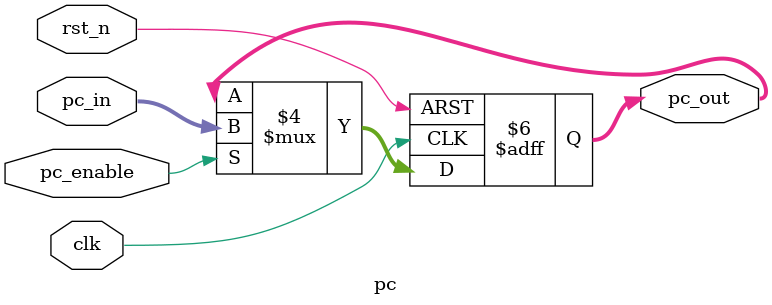
<source format=sv>
module pc (
   input  logic clk           ,
   input  logic rst_n         ,
   input  logic pc_enable     ,
   input  logic [31:0] pc_in  , 
   output logic [31:0] pc_out
);
  
   always_ff @(posedge clk or negedge rst_n) begin 
      if (!rst_n) begin 
         pc_out <= 0;
      end else if (pc_enable) begin 
         pc_out <= pc_in;
      end else begin 
         pc_out <= pc_out;
      end
   end

endmodule
  

</source>
